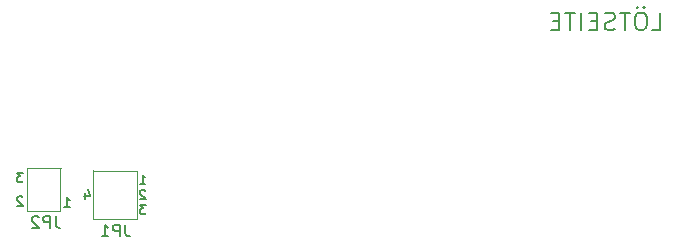
<source format=gbr>
%TF.GenerationSoftware,KiCad,Pcbnew,9.0.6*%
%TF.CreationDate,2026-02-07T23:24:05+01:00*%
%TF.ProjectId,EMUF_6504,454d5546-5f36-4353-9034-2e6b69636164,rev?*%
%TF.SameCoordinates,Original*%
%TF.FileFunction,Legend,Bot*%
%TF.FilePolarity,Positive*%
%FSLAX46Y46*%
G04 Gerber Fmt 4.6, Leading zero omitted, Abs format (unit mm)*
G04 Created by KiCad (PCBNEW 9.0.6) date 2026-02-07 23:24:05*
%MOMM*%
%LPD*%
G01*
G04 APERTURE LIST*
%ADD10C,0.200000*%
%ADD11C,0.150000*%
%ADD12C,0.120000*%
G04 APERTURE END LIST*
D10*
X148016993Y-43206028D02*
X148731279Y-43206028D01*
X148731279Y-43206028D02*
X148731279Y-41706028D01*
X147231278Y-41706028D02*
X146945564Y-41706028D01*
X146945564Y-41706028D02*
X146802707Y-41777457D01*
X146802707Y-41777457D02*
X146659850Y-41920314D01*
X146659850Y-41920314D02*
X146588421Y-42206028D01*
X146588421Y-42206028D02*
X146588421Y-42706028D01*
X146588421Y-42706028D02*
X146659850Y-42991742D01*
X146659850Y-42991742D02*
X146802707Y-43134600D01*
X146802707Y-43134600D02*
X146945564Y-43206028D01*
X146945564Y-43206028D02*
X147231278Y-43206028D01*
X147231278Y-43206028D02*
X147374136Y-43134600D01*
X147374136Y-43134600D02*
X147516993Y-42991742D01*
X147516993Y-42991742D02*
X147588421Y-42706028D01*
X147588421Y-42706028D02*
X147588421Y-42206028D01*
X147588421Y-42206028D02*
X147516993Y-41920314D01*
X147516993Y-41920314D02*
X147374136Y-41777457D01*
X147374136Y-41777457D02*
X147231278Y-41706028D01*
X147374136Y-41206028D02*
X147302707Y-41277457D01*
X147302707Y-41277457D02*
X147374136Y-41348885D01*
X147374136Y-41348885D02*
X147445564Y-41277457D01*
X147445564Y-41277457D02*
X147374136Y-41206028D01*
X147374136Y-41206028D02*
X147374136Y-41348885D01*
X146802707Y-41206028D02*
X146731278Y-41277457D01*
X146731278Y-41277457D02*
X146802707Y-41348885D01*
X146802707Y-41348885D02*
X146874136Y-41277457D01*
X146874136Y-41277457D02*
X146802707Y-41206028D01*
X146802707Y-41206028D02*
X146802707Y-41348885D01*
X146159849Y-41706028D02*
X145302707Y-41706028D01*
X145731278Y-43206028D02*
X145731278Y-41706028D01*
X144874135Y-43134600D02*
X144659850Y-43206028D01*
X144659850Y-43206028D02*
X144302707Y-43206028D01*
X144302707Y-43206028D02*
X144159850Y-43134600D01*
X144159850Y-43134600D02*
X144088421Y-43063171D01*
X144088421Y-43063171D02*
X144016992Y-42920314D01*
X144016992Y-42920314D02*
X144016992Y-42777457D01*
X144016992Y-42777457D02*
X144088421Y-42634600D01*
X144088421Y-42634600D02*
X144159850Y-42563171D01*
X144159850Y-42563171D02*
X144302707Y-42491742D01*
X144302707Y-42491742D02*
X144588421Y-42420314D01*
X144588421Y-42420314D02*
X144731278Y-42348885D01*
X144731278Y-42348885D02*
X144802707Y-42277457D01*
X144802707Y-42277457D02*
X144874135Y-42134600D01*
X144874135Y-42134600D02*
X144874135Y-41991742D01*
X144874135Y-41991742D02*
X144802707Y-41848885D01*
X144802707Y-41848885D02*
X144731278Y-41777457D01*
X144731278Y-41777457D02*
X144588421Y-41706028D01*
X144588421Y-41706028D02*
X144231278Y-41706028D01*
X144231278Y-41706028D02*
X144016992Y-41777457D01*
X143374136Y-42420314D02*
X142874136Y-42420314D01*
X142659850Y-43206028D02*
X143374136Y-43206028D01*
X143374136Y-43206028D02*
X143374136Y-41706028D01*
X143374136Y-41706028D02*
X142659850Y-41706028D01*
X142016993Y-43206028D02*
X142016993Y-41706028D01*
X141516992Y-41706028D02*
X140659850Y-41706028D01*
X141088421Y-43206028D02*
X141088421Y-41706028D01*
X140159850Y-42420314D02*
X139659850Y-42420314D01*
X139445564Y-43206028D02*
X140159850Y-43206028D01*
X140159850Y-43206028D02*
X140159850Y-41706028D01*
X140159850Y-41706028D02*
X139445564Y-41706028D01*
D11*
X98271428Y-58162295D02*
X98728571Y-58162295D01*
X98499999Y-58162295D02*
X98499999Y-57362295D01*
X98499999Y-57362295D02*
X98576190Y-57476580D01*
X98576190Y-57476580D02*
X98652380Y-57552771D01*
X98652380Y-57552771D02*
X98728571Y-57590866D01*
X103433333Y-59654819D02*
X103433333Y-60369104D01*
X103433333Y-60369104D02*
X103480952Y-60511961D01*
X103480952Y-60511961D02*
X103576190Y-60607200D01*
X103576190Y-60607200D02*
X103719047Y-60654819D01*
X103719047Y-60654819D02*
X103814285Y-60654819D01*
X102957142Y-60654819D02*
X102957142Y-59654819D01*
X102957142Y-59654819D02*
X102576190Y-59654819D01*
X102576190Y-59654819D02*
X102480952Y-59702438D01*
X102480952Y-59702438D02*
X102433333Y-59750057D01*
X102433333Y-59750057D02*
X102385714Y-59845295D01*
X102385714Y-59845295D02*
X102385714Y-59988152D01*
X102385714Y-59988152D02*
X102433333Y-60083390D01*
X102433333Y-60083390D02*
X102480952Y-60131009D01*
X102480952Y-60131009D02*
X102576190Y-60178628D01*
X102576190Y-60178628D02*
X102957142Y-60178628D01*
X101433333Y-60654819D02*
X102004761Y-60654819D01*
X101719047Y-60654819D02*
X101719047Y-59654819D01*
X101719047Y-59654819D02*
X101814285Y-59797676D01*
X101814285Y-59797676D02*
X101909523Y-59892914D01*
X101909523Y-59892914D02*
X102004761Y-59940533D01*
X105168666Y-57982295D02*
X104673428Y-57982295D01*
X104673428Y-57982295D02*
X104940094Y-58287057D01*
X104940094Y-58287057D02*
X104825809Y-58287057D01*
X104825809Y-58287057D02*
X104749618Y-58325152D01*
X104749618Y-58325152D02*
X104711523Y-58363247D01*
X104711523Y-58363247D02*
X104673428Y-58439438D01*
X104673428Y-58439438D02*
X104673428Y-58629914D01*
X104673428Y-58629914D02*
X104711523Y-58706104D01*
X104711523Y-58706104D02*
X104749618Y-58744200D01*
X104749618Y-58744200D02*
X104825809Y-58782295D01*
X104825809Y-58782295D02*
X105054380Y-58782295D01*
X105054380Y-58782295D02*
X105130571Y-58744200D01*
X105130571Y-58744200D02*
X105168666Y-58706104D01*
X105130571Y-56788485D02*
X105092475Y-56750390D01*
X105092475Y-56750390D02*
X105016285Y-56712295D01*
X105016285Y-56712295D02*
X104825809Y-56712295D01*
X104825809Y-56712295D02*
X104749618Y-56750390D01*
X104749618Y-56750390D02*
X104711523Y-56788485D01*
X104711523Y-56788485D02*
X104673428Y-56864676D01*
X104673428Y-56864676D02*
X104673428Y-56940866D01*
X104673428Y-56940866D02*
X104711523Y-57055152D01*
X104711523Y-57055152D02*
X105168666Y-57512295D01*
X105168666Y-57512295D02*
X104673428Y-57512295D01*
X104673428Y-56242295D02*
X105130571Y-56242295D01*
X104901999Y-56242295D02*
X104901999Y-55442295D01*
X104901999Y-55442295D02*
X104978190Y-55556580D01*
X104978190Y-55556580D02*
X105054380Y-55632771D01*
X105054380Y-55632771D02*
X105130571Y-55670866D01*
X100050618Y-56978961D02*
X100050618Y-57512295D01*
X100241094Y-56674200D02*
X100431571Y-57245628D01*
X100431571Y-57245628D02*
X99936332Y-57245628D01*
X97533333Y-58954819D02*
X97533333Y-59669104D01*
X97533333Y-59669104D02*
X97580952Y-59811961D01*
X97580952Y-59811961D02*
X97676190Y-59907200D01*
X97676190Y-59907200D02*
X97819047Y-59954819D01*
X97819047Y-59954819D02*
X97914285Y-59954819D01*
X97057142Y-59954819D02*
X97057142Y-58954819D01*
X97057142Y-58954819D02*
X96676190Y-58954819D01*
X96676190Y-58954819D02*
X96580952Y-59002438D01*
X96580952Y-59002438D02*
X96533333Y-59050057D01*
X96533333Y-59050057D02*
X96485714Y-59145295D01*
X96485714Y-59145295D02*
X96485714Y-59288152D01*
X96485714Y-59288152D02*
X96533333Y-59383390D01*
X96533333Y-59383390D02*
X96580952Y-59431009D01*
X96580952Y-59431009D02*
X96676190Y-59478628D01*
X96676190Y-59478628D02*
X97057142Y-59478628D01*
X96104761Y-59050057D02*
X96057142Y-59002438D01*
X96057142Y-59002438D02*
X95961904Y-58954819D01*
X95961904Y-58954819D02*
X95723809Y-58954819D01*
X95723809Y-58954819D02*
X95628571Y-59002438D01*
X95628571Y-59002438D02*
X95580952Y-59050057D01*
X95580952Y-59050057D02*
X95533333Y-59145295D01*
X95533333Y-59145295D02*
X95533333Y-59240533D01*
X95533333Y-59240533D02*
X95580952Y-59383390D01*
X95580952Y-59383390D02*
X96152380Y-59954819D01*
X96152380Y-59954819D02*
X95533333Y-59954819D01*
X94766666Y-55262295D02*
X94271428Y-55262295D01*
X94271428Y-55262295D02*
X94538094Y-55567057D01*
X94538094Y-55567057D02*
X94423809Y-55567057D01*
X94423809Y-55567057D02*
X94347618Y-55605152D01*
X94347618Y-55605152D02*
X94309523Y-55643247D01*
X94309523Y-55643247D02*
X94271428Y-55719438D01*
X94271428Y-55719438D02*
X94271428Y-55909914D01*
X94271428Y-55909914D02*
X94309523Y-55986104D01*
X94309523Y-55986104D02*
X94347618Y-56024200D01*
X94347618Y-56024200D02*
X94423809Y-56062295D01*
X94423809Y-56062295D02*
X94652380Y-56062295D01*
X94652380Y-56062295D02*
X94728571Y-56024200D01*
X94728571Y-56024200D02*
X94766666Y-55986104D01*
X94728571Y-57338485D02*
X94690475Y-57300390D01*
X94690475Y-57300390D02*
X94614285Y-57262295D01*
X94614285Y-57262295D02*
X94423809Y-57262295D01*
X94423809Y-57262295D02*
X94347618Y-57300390D01*
X94347618Y-57300390D02*
X94309523Y-57338485D01*
X94309523Y-57338485D02*
X94271428Y-57414676D01*
X94271428Y-57414676D02*
X94271428Y-57490866D01*
X94271428Y-57490866D02*
X94309523Y-57605152D01*
X94309523Y-57605152D02*
X94766666Y-58062295D01*
X94766666Y-58062295D02*
X94271428Y-58062295D01*
D12*
%TO.C,JP1*%
X100711000Y-55082000D02*
X100711000Y-59182000D01*
X100727000Y-59182000D02*
X104394000Y-59182000D01*
X104394000Y-55100000D02*
X100727000Y-55100000D01*
X104394000Y-59200000D02*
X104394000Y-55100000D01*
%TO.C,JP2*%
X95123000Y-54880000D02*
X95123000Y-58547000D01*
X95123000Y-58547000D02*
X97935000Y-58547000D01*
X97935000Y-58547000D02*
X97935000Y-54880000D01*
X97953000Y-54864000D02*
X95123000Y-54864000D01*
%TD*%
M02*

</source>
